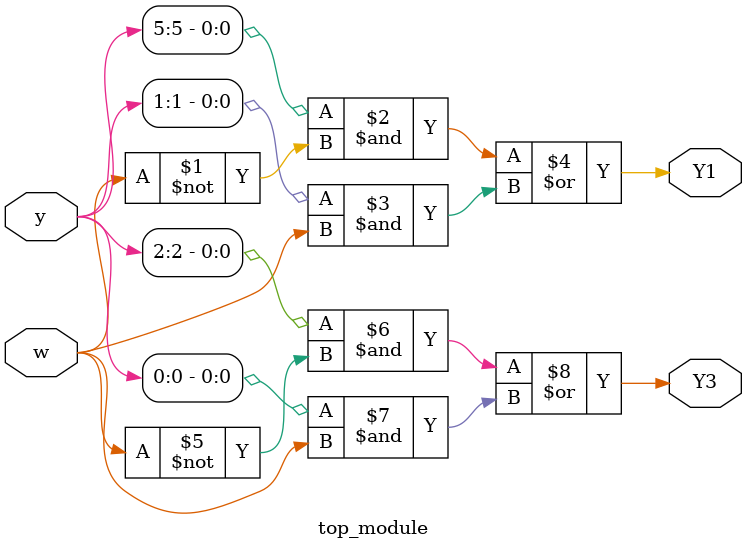
<source format=sv>
module top_module (
	input [5:0] y,
	input w,
	output Y1,
	output Y3
);

	// flip-flop Y1
	assign Y1 = (y[5] & ~w) | (y[1] & w);

	// flip-flop Y3
	assign Y3 = (y[2] & ~w) | (y[0] & w);

endmodule

</source>
